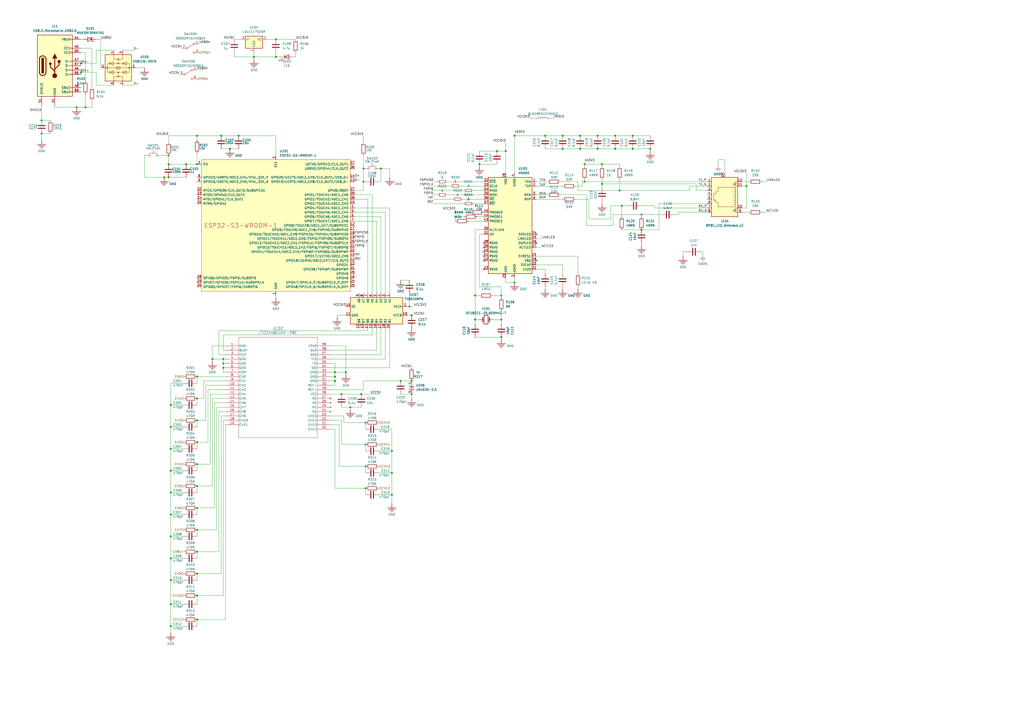
<source format=kicad_sch>
(kicad_sch (version 20231120) (generator "eeschema") (generator_version "8.0")
  (paper "A2")
  (junction (at 339.09 105.41))
  (junction (at 290.83 171.45))
  (junction (at 227.33 274.32))
  (junction (at 288.29 87.63))
  (junction (at 128.27 78.74))
  (junction (at 210.82 105.41))
  (junction (at 433.07 107.95))
  (junction (at 99.06 298.45))
  (junction (at 49.53 62.23))
  (junction (at 114.3 243.84))
  (junction (at 114.3 332.74))
  (junction (at 194.31 220.98))
  (junction (at 24.13 77.47))
  (junction (at 316.23 78.74))
  (junction (at 138.43 78.74))
  (junction (at 293.37 87.63))
  (junction (at 200.66 215.9))
  (junction (at 203.2 236.22))
  (junction (at 298.45 163.83))
  (junction (at 46.99 36.83))
  (junction (at 360.68 119.38))
  (junction (at 129.54 208.28))
  (junction (at 264.16 125.73))
  (junction (at 114.3 269.24))
  (junction (at 97.79 102.87))
  (junction (at 114.3 345.44))
  (junction (at 99.06 323.85))
  (junction (at 336.55 78.74))
  (junction (at 147.32 33.02))
  (junction (at 99.06 234.95))
  (junction (at 326.39 86.36))
  (junction (at 99.06 363.22))
  (junction (at 336.55 86.36))
  (junction (at 349.25 95.25))
  (junction (at 99.06 285.75))
  (junction (at 44.45 62.23))
  (junction (at 356.87 86.36))
  (junction (at 114.3 256.54))
  (junction (at 212.09 245.11))
  (junction (at 212.09 283.21))
  (junction (at 290.83 185.42))
  (junction (at 359.41 110.49))
  (junction (at 238.76 228.6))
  (junction (at 114.3 320.04))
  (junction (at 232.41 220.98))
  (junction (at 275.59 185.42))
  (junction (at 107.95 95.25))
  (junction (at 114.3 95.25))
  (junction (at 160.02 22.86))
  (junction (at 99.06 273.05))
  (junction (at 97.79 90.17))
  (junction (at 99.06 311.15))
  (junction (at 114.3 218.44))
  (junction (at 99.06 350.52))
  (junction (at 346.71 78.74))
  (junction (at 212.09 257.81))
  (junction (at 356.87 78.74))
  (junction (at 372.11 124.46))
  (junction (at 278.13 95.25))
  (junction (at 367.03 86.36))
  (junction (at 114.3 281.94))
  (junction (at 349.25 106.68))
  (junction (at 209.55 228.6))
  (junction (at 194.31 218.44))
  (junction (at 377.19 86.36))
  (junction (at 238.76 182.88))
  (junction (at 238.76 220.98))
  (junction (at 114.3 78.74))
  (junction (at 227.33 261.62))
  (junction (at 367.03 78.74))
  (junction (at 227.33 287.02))
  (junction (at 194.31 215.9))
  (junction (at 114.3 307.34))
  (junction (at 114.3 359.41))
  (junction (at 264.16 123.19))
  (junction (at 99.06 247.65))
  (junction (at 114.3 294.64))
  (junction (at 275.59 171.45))
  (junction (at 24.13 69.85))
  (junction (at 372.11 133.35))
  (junction (at 114.3 231.14))
  (junction (at 129.54 213.36))
  (junction (at 97.79 95.25))
  (junction (at 220.98 97.79))
  (junction (at 123.19 208.28))
  (junction (at 346.71 86.36))
  (junction (at 160.02 33.02))
  (junction (at 339.09 95.25))
  (junction (at 198.12 228.6))
  (junction (at 298.45 78.74))
  (junction (at 237.49 177.8))
  (junction (at 99.06 260.35))
  (junction (at 212.09 270.51))
  (junction (at 133.35 86.36))
  (junction (at 95.25 102.87))
  (junction (at 290.83 195.58))
  (junction (at 326.39 78.74))
  (junction (at 99.06 336.55))
  (junction (at 46.99 41.91))
  (junction (at 210.82 97.79))
  (junction (at 129.54 210.82))
  (no_connect (at 280.67 151.13))
  (no_connect (at 280.67 146.05))
  (no_connect (at 280.67 148.59))
  (no_connect (at 280.67 156.21))
  (no_connect (at 311.15 151.13))
  (no_connect (at 311.15 140.97))
  (no_connect (at 280.67 143.51))
  (no_connect (at 311.15 135.89))
  (no_connect (at 280.67 140.97))
  (wire (pts (xy 99.06 234.95) (xy 99.06 222.25)))
  (wire (pts (xy 128.27 241.3) (xy 128.27 332.74)))
  (wire (pts (xy 191.77 248.92) (xy 194.31 248.92)))
  (wire (pts (xy 264.16 123.19) (xy 273.05 123.19)))
  (wire (pts (xy 288.29 87.63) (xy 293.37 87.63)))
  (wire (pts (xy 367.03 86.36) (xy 377.19 86.36)))
  (wire (pts (xy 130.81 241.3) (xy 128.27 241.3)))
  (wire (pts (xy 191.77 208.28) (xy 223.52 208.28)))
  (wire (pts (xy 251.46 110.49) (xy 269.24 110.49)))
  (wire (pts (xy 127 205.74) (xy 127 191.77)))
  (wire (pts (xy 325.12 105.41) (xy 335.28 105.41)))
  (wire (pts (xy 266.7 107.95) (xy 280.67 107.95)))
  (wire (pts (xy 335.28 166.37) (xy 335.28 167.64)))
  (wire (pts (xy 147.32 30.48) (xy 147.32 33.02)))
  (wire (pts (xy 210.82 97.79) (xy 210.82 105.41)))
  (wire (pts (xy 160.02 171.45) (xy 160.02 172.72)))
  (wire (pts (xy 346.71 86.36) (xy 356.87 86.36)))
  (wire (pts (xy 106.68 336.55) (xy 99.06 336.55)))
  (wire (pts (xy 198.12 257.81) (xy 212.09 257.81)))
  (wire (pts (xy 121.92 228.6) (xy 130.81 228.6)))
  (wire (pts (xy 123.19 281.94) (xy 114.3 281.94)))
  (wire (pts (xy 130.81 359.41) (xy 114.3 359.41)))
  (wire (pts (xy 125.73 307.34) (xy 114.3 307.34)))
  (wire (pts (xy 127 320.04) (xy 127 238.76)))
  (wire (pts (xy 24.13 77.47) (xy 29.21 77.47)))
  (wire (pts (xy 99.06 285.75) (xy 99.06 273.05)))
  (wire (pts (xy 278.13 135.89) (xy 280.67 135.89)))
  (wire (pts (xy 97.79 78.74) (xy 114.3 78.74)))
  (wire (pts (xy 31.75 60.96) (xy 31.75 62.23)))
  (wire (pts (xy 337.82 105.41) (xy 339.09 105.41)))
  (wire (pts (xy 359.41 95.25) (xy 349.25 95.25)))
  (wire (pts (xy 99.06 273.05) (xy 106.68 273.05)))
  (wire (pts (xy 226.06 120.65) (xy 226.06 170.18)))
  (wire (pts (xy 147.32 33.02) (xy 147.32 34.29)))
  (wire (pts (xy 97.79 90.17) (xy 97.79 95.25)))
  (wire (pts (xy 129.54 243.84) (xy 130.81 243.84)))
  (wire (pts (xy 382.27 118.11) (xy 382.27 133.35)))
  (wire (pts (xy 118.11 231.14) (xy 114.3 231.14)))
  (wire (pts (xy 232.41 228.6) (xy 238.76 228.6)))
  (wire (pts (xy 226.06 213.36) (xy 226.06 190.5)))
  (wire (pts (xy 251.46 107.95) (xy 261.62 107.95)))
  (wire (pts (xy 275.59 195.58) (xy 290.83 195.58)))
  (wire (pts (xy 120.65 256.54) (xy 114.3 256.54)))
  (wire (pts (xy 205.74 128.27) (xy 218.44 128.27)))
  (wire (pts (xy 194.31 223.52) (xy 194.31 220.98)))
  (wire (pts (xy 196.85 246.38) (xy 196.85 270.51)))
  (wire (pts (xy 339.09 95.25) (xy 349.25 95.25)))
  (wire (pts (xy 218.44 190.5) (xy 218.44 203.2)))
  (wire (pts (xy 93.98 90.17) (xy 97.79 90.17)))
  (wire (pts (xy 298.45 78.74) (xy 298.45 100.33)))
  (wire (pts (xy 334.01 107.95) (xy 337.82 107.95)))
  (wire (pts (xy 359.41 110.49) (xy 400.05 110.49)))
  (wire (pts (xy 58.42 22.86) (xy 58.42 39.37)))
  (wire (pts (xy 316.23 78.74) (xy 326.39 78.74)))
  (wire (pts (xy 114.3 332.74) (xy 114.3 336.55)))
  (wire (pts (xy 340.36 130.81) (xy 355.6 130.81)))
  (wire (pts (xy 199.39 241.3) (xy 199.39 245.11)))
  (wire (pts (xy 341.63 127) (xy 354.33 127)))
  (wire (pts (xy 160.02 33.02) (xy 160.02 30.48)))
  (wire (pts (xy 264.16 121.92) (xy 264.16 123.19)))
  (wire (pts (xy 130.81 236.22) (xy 125.73 236.22)))
  (wire (pts (xy 99.06 323.85) (xy 106.68 323.85)))
  (wire (pts (xy 326.39 153.67) (xy 311.15 153.67)))
  (wire (pts (xy 114.3 359.41) (xy 114.3 363.22)))
  (wire (pts (xy 194.31 215.9) (xy 200.66 215.9)))
  (wire (pts (xy 396.24 146.05) (xy 396.24 148.59)))
  (wire (pts (xy 121.92 269.24) (xy 121.92 228.6)))
  (wire (pts (xy 335.28 105.41) (xy 335.28 110.49)))
  (wire (pts (xy 124.46 233.68) (xy 130.81 233.68)))
  (wire (pts (xy 210.82 78.74) (xy 210.82 82.55)))
  (wire (pts (xy 433.07 107.95) (xy 433.07 120.65)))
  (wire (pts (xy 293.37 82.55) (xy 293.37 87.63)))
  (wire (pts (xy 99.06 247.65) (xy 99.06 234.95)))
  (wire (pts (xy 220.98 205.74) (xy 191.77 205.74)))
  (wire (pts (xy 114.3 307.34) (xy 114.3 311.15)))
  (wire (pts (xy 251.46 105.41) (xy 254 105.41)))
  (wire (pts (xy 433.07 100.33) (xy 433.07 107.95)))
  (wire (pts (xy 99.06 234.95) (xy 106.68 234.95)))
  (wire (pts (xy 114.3 256.54) (xy 114.3 260.35)))
  (wire (pts (xy 311.15 143.51) (xy 313.69 143.51)))
  (wire (pts (xy 97.79 78.74) (xy 97.79 82.55)))
  (wire (pts (xy 114.3 269.24) (xy 121.92 269.24)))
  (wire (pts (xy 339.09 104.14) (xy 339.09 105.41)))
  (wire (pts (xy 55.88 41.91) (xy 55.88 49.53)))
  (wire (pts (xy 205.74 113.03) (xy 215.9 113.03)))
  (wire (pts (xy 114.3 269.24) (xy 114.3 273.05)))
  (wire (pts (xy 46.99 41.91) (xy 46.99 43.18)))
  (wire (pts (xy 339.09 105.41) (xy 410.21 105.41)))
  (wire (pts (xy 97.79 95.25) (xy 107.95 95.25)))
  (wire (pts (xy 334.01 115.57) (xy 341.63 115.57)))
  (wire (pts (xy 194.31 220.98) (xy 194.31 218.44)))
  (wire (pts (xy 154.94 22.86) (xy 160.02 22.86)))
  (wire (pts (xy 290.83 195.58) (xy 290.83 196.85)))
  (wire (pts (xy 119.38 243.84) (xy 119.38 223.52)))
  (wire (pts (xy 311.15 105.41) (xy 317.5 105.41)))
  (wire (pts (xy 227.33 274.32) (xy 227.33 287.02)))
  (wire (pts (xy 99.06 336.55) (xy 99.06 350.52)))
  (wire (pts (xy 46.99 36.83) (xy 46.99 38.1)))
  (wire (pts (xy 382.27 133.35) (xy 372.11 133.35)))
  (wire (pts (xy 236.22 182.88) (xy 238.76 182.88)))
  (wire (pts (xy 71.12 29.21) (xy 77.47 29.21)))
  (wire (pts (xy 316.23 86.36) (xy 326.39 86.36)))
  (wire (pts (xy 356.87 78.74) (xy 367.03 78.74)))
  (wire (pts (xy 120.65 226.06) (xy 120.65 256.54)))
  (wire (pts (xy 53.34 58.42) (xy 53.34 62.23)))
  (wire (pts (xy 71.12 49.53) (xy 77.47 49.53)))
  (wire (pts (xy 403.86 110.49) (xy 410.21 110.49)))
  (wire (pts (xy 55.88 36.83) (xy 46.99 36.83)))
  (wire (pts (xy 433.07 120.65) (xy 430.53 120.65)))
  (wire (pts (xy 430.53 107.95) (xy 433.07 107.95)))
  (wire (pts (xy 129.54 203.2) (xy 130.81 203.2)))
  (wire (pts (xy 129.54 194.31) (xy 215.9 194.31)))
  (wire (pts (xy 97.79 102.87) (xy 107.95 102.87)))
  (wire (pts (xy 360.68 119.38) (xy 364.49 119.38)))
  (wire (pts (xy 191.77 220.98) (xy 194.31 220.98)))
  (wire (pts (xy 379.73 119.38) (xy 379.73 120.65)))
  (wire (pts (xy 372.11 142.24) (xy 372.11 140.97)))
  (wire (pts (xy 191.77 228.6) (xy 198.12 228.6)))
  (wire (pts (xy 55.88 29.21) (xy 55.88 36.83)))
  (wire (pts (xy 349.25 104.14) (xy 349.25 106.68)))
  (wire (pts (xy 227.33 248.92) (xy 219.71 248.92)))
  (wire (pts (xy 44.45 62.23) (xy 49.53 62.23)))
  (wire (pts (xy 278.13 171.45) (xy 275.59 171.45)))
  (wire (pts (xy 129.54 210.82) (xy 130.81 210.82)))
  (wire (pts (xy 335.28 148.59) (xy 311.15 148.59)))
  (wire (pts (xy 198.12 228.6) (xy 209.55 228.6)))
  (wire (pts (xy 46.99 35.56) (xy 46.99 36.83)))
  (wire (pts (xy 210.82 90.17) (xy 210.82 97.79)))
  (wire (pts (xy 354.33 127) (xy 354.33 119.38)))
  (wire (pts (xy 210.82 110.49) (xy 205.74 110.49)))
  (wire (pts (xy 99.06 367.03) (xy 99.06 363.22)))
  (wire (pts (xy 114.3 320.04) (xy 114.3 323.85)))
  (wire (pts (xy 114.3 243.84) (xy 114.3 247.65)))
  (wire (pts (xy 49.53 62.23) (xy 49.53 54.61)))
  (wire (pts (xy 53.34 27.94) (xy 53.34 50.8)))
  (wire (pts (xy 237.49 162.56) (xy 232.41 162.56)))
  (wire (pts (xy 407.67 148.59) (xy 407.67 146.05)))
  (wire (pts (xy 227.33 261.62) (xy 227.33 274.32)))
  (wire (pts (xy 95.25 102.87) (xy 83.82 102.87)))
  (wire (pts (xy 194.31 283.21) (xy 212.09 283.21)))
  (wire (pts (xy 259.08 105.41) (xy 280.67 105.41)))
  (wire (pts (xy 196.85 270.51) (xy 212.09 270.51)))
  (wire (pts (xy 205.74 115.57) (xy 213.36 115.57)))
  (wire (pts (xy 114.3 88.9) (xy 114.3 95.25)))
  (wire (pts (xy 130.81 226.06) (xy 120.65 226.06)))
  (wire (pts (xy 360.68 119.38) (xy 360.68 125.73)))
  (wire (pts (xy 78.74 39.37) (xy 83.82 39.37)))
  (wire (pts (xy 133.35 86.36) (xy 138.43 86.36)))
  (wire (pts (xy 205.74 120.65) (xy 226.06 120.65)))
  (wire (pts (xy 219.71 274.32) (xy 227.33 274.32)))
  (wire (pts (xy 264.16 125.73) (xy 269.24 125.73)))
  (wire (pts (xy 162.56 33.02) (xy 160.02 33.02)))
  (wire (pts (xy 227.33 261.62) (xy 227.33 248.92)))
  (wire (pts (xy 307.34 68.58) (xy 311.15 68.58)))
  (wire (pts (xy 210.82 220.98) (xy 210.82 226.06)))
  (wire (pts (xy 200.66 200.66) (xy 200.66 215.9)))
  (wire (pts (xy 46.99 41.91) (xy 55.88 41.91)))
  (wire (pts (xy 237.49 177.8) (xy 240.03 177.8)))
  (wire (pts (xy 31.75 62.23) (xy 44.45 62.23)))
  (wire (pts (xy 130.81 208.28) (xy 129.54 208.28)))
  (wire (pts (xy 430.53 123.19) (xy 434.34 123.19)))
  (wire (pts (xy 274.32 110.49) (xy 280.67 110.49)))
  (wire (pts (xy 114.3 78.74) (xy 114.3 81.28)))
  (wire (pts (xy 191.77 200.66) (xy 200.66 200.66)))
  (wire (pts (xy 223.52 123.19) (xy 223.52 170.18)))
  (wire (pts (xy 130.81 213.36) (xy 129.54 213.36)))
  (wire (pts (xy 259.08 113.03) (xy 280.67 113.03)))
  (wire (pts (xy 264.16 123.19) (xy 264.16 125.73)))
  (wire (pts (xy 278.13 95.25) (xy 288.29 95.25)))
  (wire (pts (xy 410.21 118.11) (xy 382.27 118.11)))
  (wire (pts (xy 107.95 95.25) (xy 114.3 95.25)))
  (wire (pts (xy 119.38 223.52) (xy 130.81 223.52)))
  (wire (pts (xy 407.67 146.05) (xy 406.4 146.05)))
  (wire (pts (xy 129.54 210.82) (xy 129.54 208.28)))
  (wire (pts (xy 337.82 107.95) (xy 337.82 105.41)))
  (wire (pts (xy 123.19 200.66) (xy 123.19 208.28)))
  (wire (pts (xy 275.59 171.45) (xy 275.59 185.42)))
  (wire (pts (xy 393.7 123.19) (xy 410.21 123.19)))
  (wire (pts (xy 209.55 228.6) (xy 220.98 228.6)))
  (wire (pts (xy 191.77 243.84) (xy 198.12 243.84)))
  (wire (pts (xy 95.25 102.87) (xy 97.79 102.87)))
  (wire (pts (xy 212.09 245.11) (xy 212.09 248.92)))
  (wire (pts (xy 251.46 118.11) (xy 269.24 118.11)))
  (wire (pts (xy 212.09 105.41) (xy 210.82 105.41)))
  (wire (pts (xy 298.45 161.29) (xy 298.45 163.83)))
  (wire (pts (xy 226.06 97.79) (xy 220.98 97.79)))
  (wire (pts (xy 275.59 185.42) (xy 275.59 187.96)))
  (wire (pts (xy 215.9 113.03) (xy 215.9 170.18)))
  (wire (pts (xy 355.6 130.81) (xy 355.6 124.46)))
  (wire (pts (xy 99.06 323.85) (xy 99.06 311.15)))
  (wire (pts (xy 416.56 92.71) (xy 420.37 92.71)))
  (wire (pts (xy 379.73 120.65) (xy 410.21 120.65)))
  (wire (pts (xy 416.56 92.71) (xy 416.56 96.52)))
  (wire (pts (xy 227.33 287.02) (xy 227.33 292.1)))
  (wire (pts (xy 191.77 213.36) (xy 226.06 213.36)))
  (wire (pts (xy 359.41 96.52) (xy 359.41 95.25)))
  (wire (pts (xy 316.23 78.74) (xy 298.45 78.74)))
  (wire (pts (xy 200.66 215.9) (xy 200.66 217.17)))
  (wire (pts (xy 114.3 345.44) (xy 114.3 350.52)))
  (wire (pts (xy 285.75 185.42) (xy 290.83 185.42)))
  (wire (pts (xy 130.81 231.14) (xy 123.19 231.14)))
  (wire (pts (xy 267.97 115.57) (xy 280.67 115.57)))
  (wire (pts (xy 194.31 210.82) (xy 194.31 215.9)))
  (wire (pts (xy 393.7 124.46) (xy 393.7 123.19)))
  (wire (pts (xy 194.31 248.92) (xy 194.31 283.21)))
  (wire (pts (xy 335.28 158.75) (xy 335.28 148.59)))
  (wire (pts (xy 220.98 190.5) (xy 220.98 205.74)))
  (wire (pts (xy 114.3 345.44) (xy 129.54 345.44)))
  (wire (pts (xy 129.54 345.44) (xy 129.54 243.84)))
  (wire (pts (xy 271.78 128.27) (xy 280.67 128.27)))
  (wire (pts (xy 198.12 243.84) (xy 198.12 257.81)))
  (wire (pts (xy 349.25 106.68) (xy 349.25 109.22)))
  (wire (pts (xy 205.74 123.19) (xy 223.52 123.19)))
  (wire (pts (xy 335.28 110.49) (xy 359.41 110.49)))
  (wire (pts (xy 106.68 350.52) (xy 99.06 350.52)))
  (wire (pts (xy 160.02 78.74) (xy 160.02 90.17)))
  (wire (pts (xy 124.46 294.64) (xy 124.46 233.68)))
  (wire (pts (xy 251.46 115.57) (xy 262.89 115.57)))
  (wire (pts (xy 349.25 95.25) (xy 349.25 96.52)))
  (wire (pts (xy 128.27 78.74) (xy 138.43 78.74)))
  (wire (pts (xy 114.3 294.64) (xy 114.3 298.45)))
  (wire (pts (xy 210.82 220.98) (xy 232.41 220.98)))
  (wire (pts (xy 236.22 177.8) (xy 237.49 177.8)))
  (wire (pts (xy 339.09 93.98) (xy 339.09 95.25)))
  (wire (pts (xy 238.76 228.6) (xy 238.76 231.14)))
  (wire (pts (xy 194.31 223.52) (xy 191.77 223.52)))
  (wire (pts (xy 326.39 78.74) (xy 336.55 78.74)))
  (wire (pts (xy 53.34 62.23) (xy 49.53 62.23)))
  (wire (pts (xy 138.43 78.74) (xy 160.02 78.74)))
  (wire (pts (xy 213.36 190.5) (xy 213.36 191.77)))
  (wire (pts (xy 127 205.74) (xy 130.81 205.74)))
  (wire (pts (xy 278.13 166.37) (xy 278.13 135.89)))
  (wire (pts (xy 46.99 27.94) (xy 53.34 27.94)))
  (wire (pts (xy 377.19 86.36) (xy 377.19 87.63)))
  (wire (pts (xy 55.88 22.86) (xy 58.42 22.86)))
  (wire (pts (xy 400.05 107.95) (xy 400.05 110.49)))
  (wire (pts (xy 128.27 86.36) (xy 133.35 86.36)))
  (wire (pts (xy 356.87 86.36) (xy 367.03 86.36)))
  (wire (pts (xy 199.39 245.11) (xy 212.09 245.11)))
  (wire (pts (xy 191.77 203.2) (xy 218.44 203.2)))
  (wire (pts (xy 130.81 246.38) (xy 130.81 359.41)))
  (wire (pts (xy 171.45 30.48) (xy 171.45 33.02)))
  (wire (pts (xy 290.83 166.37) (xy 278.13 166.37)))
  (wire (pts (xy 105.41 320.04) (xy 106.68 320.04)))
  (wire (pts (xy 227.33 287.02) (xy 219.71 287.02)))
  (wire (pts (xy 99.06 311.15) (xy 99.06 298.45)))
  (wire (pts (xy 99.06 311.15) (xy 106.68 311.15)))
  (wire (pts (xy 430.53 105.41) (xy 434.34 105.41)))
  (wire (pts (xy 316.23 166.37) (xy 316.23 167.64)))
  (wire (pts (xy 130.81 220.98) (xy 118.11 220.98)))
  (wire (pts (xy 29.21 69.85) (xy 24.13 69.85)))
  (wire (pts (xy 275.59 133.35) (xy 280.67 133.35)))
  (wire (pts (xy 298.45 77.47) (xy 298.45 78.74)))
  (wire (pts (xy 191.77 218.44) (xy 194.31 218.44)))
  (wire (pts (xy 218.44 128.27) (xy 218.44 170.18)))
  (wire (pts (xy 372.11 119.38) (xy 379.73 119.38)))
  (wire (pts (xy 355.6 124.46) (xy 372.11 124.46)))
  (wire (pts (xy 114.3 281.94) (xy 114.3 285.75)))
  (wire (pts (xy 191.77 241.3) (xy 199.39 241.3)))
  (wire (pts (xy 127 238.76) (xy 130.81 238.76)))
  (wire (pts (xy 237.49 177.8) (xy 237.49 170.18)))
  (wire (pts (xy 354.33 119.38) (xy 360.68 119.38)))
  (wire (pts (xy 203.2 236.22) (xy 203.2 237.49)))
  (wire (pts (xy 326.39 86.36) (xy 336.55 86.36)))
  (wire (pts (xy 114.3 218.44) (xy 114.3 222.25)))
  (wire (pts (xy 213.36 115.57) (xy 213.36 170.18)))
  (wire (pts (xy 220.98 125.73) (xy 220.98 170.18)))
  (wire (pts (xy 118.11 220.98) (xy 118.11 231.14)))
  (wire (pts (xy 278.13 87.63) (xy 288.29 87.63)))
  (wire (pts (xy 238.76 220.98) (xy 232.41 220.98)))
  (wire (pts (xy 128.27 332.74) (xy 114.3 332.74)))
  (wire (pts (xy 276.86 125.73) (xy 280.67 125.73)))
  (wire (pts (xy 99.06 222.25) (xy 106.68 222.25)))
  (wire (pts (xy 83.82 90.17) (xy 83.82 102.87)))
  (wire (pts (xy 278.13 96.52) (xy 278.13 95.25)))
  (wire (pts (xy 114.3 243.84) (xy 119.38 243.84)))
  (wire (pts (xy 203.2 236.22) (xy 209.55 236.22)))
  (wire (pts (xy 99.06 273.05) (xy 99.06 260.35)))
  (wire (pts (xy 205.74 125.73) (xy 220.98 125.73)))
  (wire (pts (xy 135.89 22.86) (xy 139.7 22.86)))
  (wire (pts (xy 318.77 68.58) (xy 321.31 68.58)))
  (wire (pts (xy 311.15 107.95) (xy 326.39 107.95)))
  (wire (pts (xy 99.06 363.22) (xy 106.68 363.22)))
  (wire (pts (xy 191.77 246.38) (xy 196.85 246.38)))
  (wire (pts (xy 24.13 77.47) (xy 24.13 81.28)))
  (wire (pts (xy 349.25 118.11) (xy 349.25 116.84)))
  (wire (pts (xy 66.04 29.21) (xy 55.88 29.21)))
  (wire (pts (xy 46.99 40.64) (xy 46.99 41.91)))
  (wire (pts (xy 49.53 46.99) (xy 49.53 30.48)))
  (wire (pts (xy 420.37 92.71) (xy 420.37 100.33)))
  (wire (pts (xy 226.06 102.87) (xy 226.06 97.79)))
  (wire (pts (xy 210.82 105.41) (xy 210.82 110.49)))
  (wire (pts (xy 114.3 231.14) (xy 114.3 234.95)))
  (wire (pts (xy 123.19 208.28) (xy 123.19 209.55)))
  (wire (pts (xy 391.16 124.46) (xy 393.7 124.46)))
  (wire (pts (xy 160.02 22.86) (xy 171.45 22.86)))
  (wire (pts (xy 129.54 213.36) (xy 129.54 210.82)))
  (wire (pts (xy 129.54 208.28) (xy 123.19 208.28)))
  (wire (pts (xy 326.39 158.75) (xy 326.39 153.67)))
  (wire (pts (xy 114.3 294.64) (xy 124.46 294.64)))
  (wire (pts (xy 360.68 133.35) (xy 372.11 133.35)))
  (wire (pts (xy 316.23 156.21) (xy 316.23 158.75)))
  (wire (pts (xy 290.83 171.45) (xy 290.83 166.37)))
  (wire (pts (xy 212.09 283.21) (xy 212.09 287.02)))
  (wire (pts (xy 290.83 180.34) (xy 290.83 185.42)))
  (wire (pts (xy 160.02 33.02) (xy 147.32 33.02)))
  (wire (pts (xy 293.37 161.29) (xy 293.37 163.83)))
  (wire (pts (xy 135.89 33.02) (xy 147.32 33.02)))
  (wire (pts (xy 251.46 113.03) (xy 254 113.03)))
  (wire (pts (xy 372.11 124.46) (xy 383.54 124.46)))
  (wire (pts (xy 372.11 125.73) (xy 372.11 124.46)))
  (wire (pts (xy 99.06 260.35) (xy 99.06 247.65)))
  (wire (pts (xy 114.3 78.74) (xy 128.27 78.74)))
  (wire (pts (xy 326.39 166.37) (xy 326.39 167.64)))
  (wire (pts (xy 49.53 30.48) (xy 46.99 30.48)))
  (wire (pts (xy 129.54 194.31) (xy 129.54 203.2)))
  (wire (pts (xy 210.82 226.06) (xy 191.77 226.06)))
  (wire (pts (xy 195.58 182.88) (xy 200.66 182.88)))
  (wire (pts (xy 340.36 113.03) (xy 340.36 130.81)))
  (wire (pts (xy 99.06 285.75) (xy 106.68 285.75)))
  (wire (pts (xy 129.54 215.9) (xy 130.81 215.9)))
  (wire (pts (xy 349.25 106.68) (xy 403.86 106.68)))
  (wire (pts (xy 129.54 213.36) (xy 129.54 215.9)))
  (wire (pts (xy 99.06 350.52) (xy 99.06 363.22)))
  (wire (pts (xy 212.09 257.81) (xy 212.09 261.62)))
  (wire (pts (xy 194.31 218.44) (xy 194.31 215.9)))
  (wire (pts (xy 215.9 190.5) (xy 215.9 194.31)))
  (wire (pts (xy 441.96 123.19) (xy 444.5 123.19)))
  (wire (pts (xy 290.83 171.45) (xy 290.83 172.72)))
  (wire (pts (xy 311.15 156.21) (xy 316.23 156.21)))
  (wire (pts (xy 99.06 298.45) (xy 106.68 298.45)))
  (wire (pts (xy 311.15 113.03) (xy 317.5 113.03)))
  (wire (pts (xy 311.15 138.43) (xy 313.69 138.43)))
  (wire (pts (xy 191.77 215.9) (xy 194.31 215.9)))
  (wire (pts (xy 123.19 231.14) (xy 123.19 281.94)))
  (wire (pts (xy 275.59 185.42) (xy 278.13 185.42)))
  (wire (pts (xy 293.37 163.83) (xy 298.45 163.83)))
  (wire (pts (xy 55.88 49.53) (xy 66.04 49.53)))
  (wire (pts (xy 293.37 87.63) (xy 293.37 100.33)))
  (wire (pts (xy 403.86 106.68) (xy 403.86 110.49)))
  (wire (pts (xy 274.32 118.11) (xy 280.67 118.11)))
  (wire (pts (xy 127 191.77) (xy 213.36 191.77)))
  (wire (pts (xy 398.78 146.05) (xy 396.24 146.05)))
  (wire (pts (xy 195.58 182.88) (xy 195.58 184.15)))
  (wire (pts (xy 238.76 182.88) (xy 240.03 182.88)))
  (wire (pts (xy 135.89 30.48) (xy 135.89 33.02)))
  (wire (pts (xy 99.06 336.55) (xy 99.06 323.85)))
  (wire (pts (xy 336.55 78.74) (xy 346.71 78.74)))
  (wire (pts (xy 223.52 190.5) (xy 223.52 208.28)))
  (wire (pts (xy 130.81 200.66) (xy 123.19 200.66)))
  (wire (pts (xy 290.83 185.42) (xy 290.83 187.96)))
  (wire (pts (xy 359.41 104.14) (xy 359.41 110.49)))
  (wire (pts (xy 367.03 78.74) (xy 377.19 78.74)))
  (wire (pts (xy 220.98 97.79) (xy 220.98 105.41)))
  (wire (pts (xy 99.06 247.65) (xy 106.68 247.65)))
  (wire (pts (xy 400.05 107.95) (xy 410.21 107.95)))
  (wire (pts (xy 191.77 210.82) (xy 194.31 210.82)))
  (wire (pts (xy 219.71 105.41) (xy 220.98 105.41)))
  (wire (pts (xy 336.55 86.36) (xy 346.71 86.36)))
  (wire (pts (xy 24.13 69.85) (xy 24.13 60.96)))
  (wire (pts (xy 171.45 33.02) (xy 170.18 33.02)))
  (wire (pts (xy 346.71 78.74) (xy 356.87 78.74)))
  (wire (pts (xy 219.71 261.62) (xy 227.33 261.62)))
  (wire (pts (xy 341.63 115.57) (xy 341.63 127)))
  (wire (pts (xy 212.09 270.51) (xy 212.09 274.32)))
  (wire (pts (xy 125.73 236.22) (xy 125.73 307.34)))
  (wire (pts (xy 325.12 113.03) (xy 340.36 113.03)))
  (wire (pts (xy 285.75 171.45) (xy 290.83 171.45)))
  (wire (pts (xy 114.3 320.04) (xy 127 320.04)))
  (wire (pts (xy 441.96 105.41) (xy 444.5 105.41)))
  (wire (pts (xy 114.3 218.44) (xy 130.81 218.44)))
  (wire (pts (xy 264.16 125.73) (xy 264.16 128.27)))
  (wire (pts (xy 339.09 95.25) (xy 339.09 96.52)))
  (wire (pts (xy 275.59 133.35) (xy 275.59 171.45)))
  (wire (pts (xy 198.12 236.22) (xy 203.2 236.22)))
  (wire (pts (xy 99.06 260.35) (xy 106.68 260.35)))
  (wire (pts (xy 99.06 298.45) (xy 99.06 285.75)))
  (wire (pts (xy 311.15 115.57) (xy 326.39 115.57)))
  (wire (pts (xy 46.99 22.86) (xy 48.26 22.86)))
  (label "INT" (at 251.46 115.57 180))
  (label "D+" (at 205.74 102.87 0))
  (label "FSPICLK" (at 205.74 140.97 0))
  (label "VCC3V3" (at 240.03 177.8 0))
  (label "Din-" (at 46.99 36.83 0))
  (label "RST" (at 205.74 151.13 0))
  (label "VCC3V3" (at 171.45 22.86 0))
  (label "TXP" (at 312.801 108.204 0))
  (label "RX_P" (at 405.13 120.65 0))
  (label "VCC5V" (at 238.76 213.36 180))
  (label "TXN" (at 312.801 105.41 0))
  (label "VCC5V" (at 220.98 228.6 180))
  (label "VCC5V" (at 240.03 182.88 0))
  (label "VCC3V3" (at 97.79 78.74 180))
  (label "SHIELD" (at 24.13 64.77 180))
  (label "D+" (at 77.47 49.53 0))
  (label "VCC3V3" (at 433.07 100.33 180))
  (label "VA3V3" (at 339.09 93.98 0))
  (label "ACTLED" (at 314.071 143.764 0))
  (label "VA3V3" (at 321.31 68.58 0))
  (label "Din+" (at 46.99 41.91 0))
  (label "TX_P" (at 405.13 105.41 0))
  (label "RXN" (at 312.801 113.284 0))
  (label "FSPID" (at 251.46 113.03 180))
  (label "INT" (at 205.74 148.59 0))
  (label "VCC3V3" (at 264.16 121.92 180))
  (label "VCC5V" (at 135.89 22.86 180))
  (label "D-" (at 77.47 29.21 0))
  (label "FSPIQ" (at 205.74 143.51 0))
  (label "VCC5V" (at 105.41 27.94 180))
  (label "D-" (at 205.74 105.41 0))
  (label "VCC3V3" (at 307.34 68.58 180))
  (label "VCC3V3" (at 293.37 82.55 180))
  (label "FSPID" (at 205.74 138.43 0))
  (label "RXP" (at 312.801 115.57 0))
  (label "VCC3V3" (at 210.82 78.74 180))
  (label "USB5V" (at 115.57 25.4 0))
  (label "FSPIQ" (at 251.46 110.49 180))
  (label "FSPICS0" (at 251.46 105.41 180))
  (label "USB5V" (at 58.42 22.86 0))
  (label "FSPICS0" (at 205.74 135.89 0))
  (label "TX_N" (at 405.13 107.95 0))
  (label "LINKLED" (at 444.5 105.41 0))
  (label "ACTLED" (at 444.5 123.19 0))
  (label "RX_N" (at 405.13 123.19 0))
  (label "RST" (at 251.46 118.11 180))
  (label "VCC3V3" (at 200.66 177.8 180))
  (label "LINKLED" (at 314.071 138.684 0))
  (label "VCC5V" (at 104.14 43.18 180))
  (label "VA3V3" (at 298.45 77.47 0))
  (label "USB5V" (at 114.3 40.64 0))
  (label "FSPICLK" (at 251.46 107.95 180))
  (hierarchical_label "CH15" (shape input) (at 219.71 245.11 0))
  (hierarchical_label "CH13" (shape input) (at 219.71 270.51 0))
  (hierarchical_label "CH3" (shape input) (at 106.68 256.54 180))
  (hierarchical_label "CH12" (shape input) (at 219.71 283.21 0))
  (hierarchical_label "CH5" (shape input) (at 106.68 281.94 180))
  (hierarchical_label "CH0" (shape input) (at 106.68 218.44 180))
  (hierarchical_label "CH14" (shape input) (at 219.71 257.81 0))
  (hierarchical_label "CH7" (shape input) (at 106.68 307.34 180))
  (hierarchical_label "CH4" (shape input) (at 106.68 269.24 180))
  (hierarchical_label "CH8" (shape input) (at 105.41 320.04 180))
  (hierarchical_label "CH2" (shape input) (at 106.68 243.84 180))
  (hierarchical_label "CH6" (shape input) (at 106.68 294.64 180))
  (hierarchical_label "PS5V" (shape input) (at 115.57 30.48 0))
  (hierarchical_label "CH11" (shape input) (at 106.68 359.41 180))
  (hierarchical_label "CH10" (shape input) (at 106.68 345.44 180))
  (hierarchical_label "CH1" (shape input) (at 106.68 231.14 180))
  (hierarchical_label "PS5V" (shape input) (at 114.3 45.72 0))
  (hierarchical_label "CH9" (shape input) (at 106.68 332.74 180))
  (symbol (lib_id "Device:R_Small") (at 264.16 107.95 90) (unit 1)
    (property "Reference" "R220" (at 264.16 102.87 90))
    (property "Value" "0" (at 264.16 105.41 90))
    (property "Footprint" "Resistor_SMD:R_0603_1608Metric" (effects (hide yes)))
    (property "Description" "Resistor, small symbol" (effects (hide yes)))
  )
  (symbol (lib_id "Device:R") (at 349.25 100.33 0) (unit 1)
    (property "Reference" "R118" (at 351.79 99.06 0) (effects (justify left)))
    (property "Value" "10" (at 351.79 101.6 0) (effects (justify left)))
    (property "Footprint" "Resistor_SMD:R_0603_1608Metric" (effects (hide yes)))
  )
  (symbol (lib_id "Device:C") (at 336.55 82.55 180) (unit 1)
    (property "Reference" "C118" (at 330.2 82.55 90))
    (property "Value" "0.1uF" (at 332.74 82.55 90))
    (property "Footprint" "Capacitor_SMD:C_0603_1608Metric" (effects (hide yes)))
  )
  (symbol (lib_id "DifferentialProbe-altium-import:GND") (at 226.06 102.87 0) (unit 1)
    (property "Reference" "#PWR051" (effects (hide yes)))
    (property "Value" "GND" (at 231.14 106.68 0))
    (instances (project "diffprobe-espnow" (path "" (reference "#PWR051") (unit 1))) (project "diffprobe" (path "" (reference "#PWR016") (unit 1))) (project "DifferentialProbe" (path "" (reference "#PWR?") (unit 1))))
  )
  (symbol (lib_id "DifferentialProbe-altium-import:GND") (at 195.58 184.15 0) (unit 1)
    (property "Reference" "#PWR0202" (effects (hide yes)))
    (property "Value" "GND" (at 195.58 190.5 0))
    (instances (project "diffprobe-espnow" (path "" (reference "#PWR0202") (unit 1))) (project "diffprobe" (path "" (reference "#PWR016") (unit 1))) (project "DifferentialProbe" (path "" (reference "#PWR?") (unit 1))))
  )
  (symbol (lib_id "Device:C") (at 316.23 82.55 180) (unit 1)
    (property "Reference" "C116" (at 309.88 82.55 90))
    (property "Value" "0.1uF" (at 312.42 82.55 90))
    (property "Footprint" "Capacitor_SMD:C_0603_1608Metric" (effects (hide yes)))
  )
  (symbol (lib_id "Device:Crystal") (at 281.94 185.42 0) (unit 1)
    (property "Reference" "Y101" (at 281.94 179.07 0))
    (property "Value" "DF18CC1-25.000MHZ-T" (at 281.94 181.61 0))
    (property "Footprint" "Crystal:Crystal_SMD_HC49-SD" (effects (hide yes)))
  )
  (symbol (lib_id "Interface_Ethernet:W5500") (at 295.91 130.81 0) (unit 1)
    (property "Reference" "U103" (at 300.6441 97.79 0) (effects (justify left)))
    (property "Value" "W5500" (at 300.6441 100.33 0) (effects (justify left)))
    (property "Footprint" "Package_QFP:LQFP-48_7x7mm_P0.5mm" (effects (hide yes)))
    (property "Datasheet" "http://wizwiki.net/wiki/lib/exe/fetch.php/products:w5500:w5500_ds_v109e.pdf" (effects (hide yes)))
  )
  (symbol (lib_id "Device:R") (at 238.76 217.17 0) (unit 1)
    (property "Reference" "R217" (at 242.57 218.44 0))
    (property "Value" "1k" (at 242.57 215.9 0))
    (property "Footprint" "Resistor_SMD:R_0603_1608Metric" (effects (hide yes)))
  )
  (symbol (lib_id "Device:R") (at 110.49 307.34 270) (mirror x) (unit 1)
    (property "Reference" "R208" (at 110.49 302.26 90))
    (property "Value" "470R" (at 110.49 304.8 90))
    (property "Footprint" "Resistor_SMD:R_0603_1608Metric" (effects (hide yes)))
  )
  (symbol (lib_id "Device:C") (at 346.71 82.55 180) (unit 1)
    (property "Reference" "C119" (at 340.36 82.55 90))
    (property "Value" "0.1uF" (at 342.9 82.55 90))
    (property "Footprint" "Capacitor_SMD:C_0603_1608Metric" (effects (hide yes)))
  )
  (symbol (lib_id "Device:C") (at 316.23 162.56 180) (unit 1)
    (property "Reference" "C114" (at 309.88 162.56 90))
    (property "Value" "10nF" (at 312.42 162.56 90))
    (property "Footprint" "Capacitor_SMD:C_0603_1608Metric" (effects (hide yes)))
  )
  (symbol (lib_id "DifferentialProbe-altium-import:GND") (at 316.23 167.64 0) (unit 1)
    (property "Reference" "#PWR052" (effects (hide yes)))
    (property "Value" "GND" (at 321.31 171.45 0))
    (instances (project "diffprobe-espnow" (path "" (reference "#PWR052") (unit 1))) (project "diffprobe" (path "" (reference "#PWR016") (unit 1))) (project "DifferentialProbe" (path "" (reference "#PWR?") (unit 1))))
  )
  (symbol (lib_id "Device:R") (at 330.2 107.95 90) (unit 1)
    (property "Reference" "R114" (at 330.2 101.6 90))
    (property "Value" "33R" (at 330.2 104.14 90))
    (property "Footprint" "Resistor_SMD:R_0603_1608Metric" (effects (hide yes)))
  )
  (symbol (lib_id "Device:C") (at 238.76 186.69 0) (unit 1)
    (property "Reference" "C217" (at 242.57 185.42 0) (effects (justify left)))
    (property "Value" "0.1u" (at 242.57 187.96 0) (effects (justify left)))
    (property "Footprint" "Capacitor_SMD:C_0603_1608Metric" (effects (hide yes)))
  )
  (symbol (lib_id "Device:C") (at 215.9 248.92 90) (unit 1)
    (property "Reference" "C216" (at 226.06 247.65 90) (effects (justify left)))
    (property "Value" "470pF" (at 226.06 250.19 90) (effects (justify left)))
    (property "Footprint" "Capacitor_SMD:C_0603_1608Metric" (effects (hide yes)))
  )
  (symbol (lib_id "Device:R") (at 110.49 294.64 270) (mirror x) (unit 1)
    (property "Reference" "R207" (at 110.49 289.56 90))
    (property "Value" "470R" (at 110.49 292.1 90))
    (property "Footprint" "Resistor_SMD:R_0603_1608Metric" (effects (hide yes)))
  )
  (symbol (lib_id "Device:C") (at 110.49 336.55 270) (mirror x) (unit 1)
    (property "Reference" "C210" (at 100.33 335.28 90) (effects (justify left)))
    (property "Value" "470pF" (at 100.33 337.82 90) (effects (justify left)))
    (property "Footprint" "Capacitor_SMD:C_0603_1608Metric" (effects (hide yes)))
  )
  (symbol (lib_id "DifferentialProbe-altium-import:GND") (at 335.28 167.64 0) (unit 1)
    (property "Reference" "#PWR054" (effects (hide yes)))
    (property "Value" "GND" (at 340.36 171.45 0))
    (instances (project "diffprobe-espnow" (path "" (reference "#PWR054") (unit 1))) (project "diffprobe" (path "" (reference "#PWR016") (unit 1))) (project "DifferentialProbe" (path "" (reference "#PWR?") (unit 1))))
  )
  (symbol (lib_id "DifferentialProbe-altium-import:GND") (at 349.25 118.11 0) (unit 1)
    (property "Reference" "#PWR044" (effects (hide yes)))
    (property "Value" "GND" (at 349.25 124.46 0))
    (instances (project "diffprobe-espnow" (path "" (reference "#PWR044") (unit 1))) (project "diffprobe" (path "" (reference "#PWR016") (unit 1))) (project "DifferentialProbe" (path "" (reference "#PWR?") (unit 1))))
  )
  (symbol (lib_id "DifferentialProbe-altium-import:GND") (at 372.11 142.24 0) (unit 1)
    (property "Reference" "#PWR034" (effects (hide yes)))
    (property "Value" "GND" (at 372.11 148.59 0))
    (instances (project "diffprobe-espnow" (path "" (reference "#PWR034") (unit 1))) (project "diffprobe" (path "" (reference "#PWR016") (unit 1))) (project "DifferentialProbe" (path "" (reference "#PWR?") (unit 1))))
  )
  (symbol (lib_id "MyLib7:TXB0108PW") (at 218.44 180.34 270) (unit 1)
    (property "Reference" "U107" (at 240.1316 170.8719 90))
    (property "Value" "TXB0108PW" (at 240.1316 173.4119 90))
    (property "Footprint" "Package_SO:TSSOP-20_4.4x6.5mm_P0.65mm" (effects (hide yes)))
    (property "Datasheet" "http://www.ti.com/lit/ds/symlink/txb0108.pdf" (effects (hide yes)))
  )
  (symbol (lib_id "Device:C") (at 278.13 91.44 180) (unit 1)
    (property "Reference" "C112" (at 271.78 91.44 90))
    (property "Value" "0.1uF" (at 274.32 91.44 90))
    (property "Footprint" "Capacitor_SMD:C_0603_1608Metric" (effects (hide yes)))
  )
  (symbol (lib_id "DifferentialProbe-altium-import:GND") (at 24.13 81.28 0) (unit 1)
    (property "Reference" "#PWR0209" (effects (hide yes)))
    (property "Value" "GND" (at 24.13 87.63 0))
    (instances (project "diffprobe-espnow" (path "" (reference "#PWR0209") (unit 1))) (project "diffprobe" (path "" (reference "#PWR016") (unit 1))) (project "DifferentialProbe" (path "" (reference "#PWR?") (unit 1))))
  )
  (symbol (lib_id "DifferentialProbe-altium-import:GND") (at 298.45 163.83 0) (unit 1)
    (property "Reference" "#PWR050" (effects (hide yes)))
    (property "Value" "GND" (at 303.53 167.64 0))
    (instances (project "diffprobe-espnow" (path "" (reference "#PWR050") (unit 1))) (project "diffprobe" (path "" (reference "#PWR016") (unit 1))) (project "DifferentialProbe" (path "" (reference "#PWR?") (unit 1))))
  )
  (symbol (lib_id "Device:R_Small") (at 265.43 115.57 90) (unit 1)
    (property "Reference" "R223" (at 265.43 110.49 90))
    (property "Value" "0" (at 265.43 113.03 90))
    (property "Footprint" "Resistor_SMD:R_0603_1608Metric" (effects (hide yes)))
    (property "Description" "Resistor, small symbol" (effects (hide yes)))
  )
  (symbol (lib_id "Device:R") (at 372.11 129.54 0) (unit 1)
    (property "Reference" "R121" (at 374.65 128.27 0) (effects (justify left)))
    (property "Value" "49R9" (at 374.65 130.81 0) (effects (justify left)))
    (property "Footprint" "Resistor_SMD:R_0603_1608Metric" (effects (hide yes)))
  )
  (symbol (lib_id "Device:R") (at 330.2 115.57 90) (unit 1)
    (property "Reference" "R115" (at 330.2 117.475 90))
    (property "Value" "33R" (at 330.2 120.015 90))
    (property "Footprint" "Resistor_SMD:R_0603_1608Metric" (effects (hide yes)))
  )
  (symbol (lib_id "Device:R") (at 210.82 86.36 0) (unit 1)
    (property "Reference" "R105" (at 212.09 85.344 0) (effects (justify left)))
    (property "Value" "10k" (at 212.217 87.122 0) (effects (justify left)))
    (property "Footprint" "Resistor_SMD:R_0603_1608Metric" (effects (hide yes)))
  )
  (symbol (lib_id "DifferentialProbe-altium-import:GND") (at 227.33 292.1 0) (mirror y) (unit 1)
    (property "Reference" "#PWR0201" (effects (hide yes)))
    (property "Value" "GND" (at 227.33 298.45 0))
    (instances (project "diffprobe-espnow" (path "" (reference "#PWR0201") (unit 1))) (project "diffprobe" (path "" (reference "#PWR016") (unit 1))) (project "DifferentialProbe" (path "" (reference "#PWR?") (unit 1))))
  )
  (symbol (lib_id "DifferentialProbe-altium-import:GND") (at 160.02 172.72 0) (unit 1)
    (property "Reference" "#PWR031" (effects (hide yes)))
    (property "Value" "GND" (at 160.02 179.07 0))
    (instances (project "diffprobe-espnow" (path "" (reference "#PWR031") (unit 1))) (project "diffprobe" (path "" (reference "#PWR016") (unit 1))) (project "DifferentialProbe" (path "" (reference "#PWR?") (unit 1))))
  )
  (symbol (lib_id "Device:C") (at 160.02 26.67 0) (unit 1)
    (property "Reference" "C109" (at 163.83 25.4 0) (effects (justify left)))
    (property "Value" "4.7u" (at 163.83 27.94 0) (effects (justify left)))
    (property "Footprint" "Capacitor_SMD:C_0603_1608Metric" (effects (hide yes)))
  )
  (symbol (lib_id "DifferentialProbe-altium-import:GND") (at 326.39 167.64 0) (unit 1)
    (property "Reference" "#PWR053" (effects (hide yes)))
    (property "Value" "GND" (at 331.47 171.45 0))
    (instances (project "diffprobe-espnow" (path "" (reference "#PWR053") (unit 1))) (project "diffprobe" (path "" (reference "#PWR016") (unit 1))) (project "DifferentialProbe" (path "" (reference "#PWR?") (unit 1))))
  )
  (symbol (lib_id "Device:C") (at 24.13 73.66 180) (unit 1)
    (property "Reference" "C219" (at 19.177 72.898 0))
    (property "Value" "4n7F" (at 19.177 74.549 0))
    (property "Footprint" "Capacitor_SMD:C_0603_1608Metric" (effects (hide yes)))
  )
  (symbol (lib_id "Device:C") (at 288.29 91.44 180) (unit 1)
    (property "Reference" "C113" (at 281.94 91.44 90))
    (property "Value" "10uF" (at 284.48 91.44 90))
    (property "Footprint" "Capacitor_SMD:C_0603_1608Metric" (effects (hide yes)))
  )
  (symbol (lib_id "Device:R") (at 438.15 123.19 90) (unit 1)
    (property "Reference" "R123" (at 438.15 116.84 90))
    (property "Value" "330" (at 438.15 119.38 90))
    (property "Footprint" "Resistor_SMD:R_0603_1608Metric" (effects (hide yes)))
  )
  (symbol (lib_id "Device:C") (at 209.55 232.41 0) (unit 1)
    (property "Reference" "C106" (at 212.725 231.14 0) (effects (justify left)))
    (property "Value" "10u" (at 212.725 233.68 0) (effects (justify left)))
    (property "Footprint" "Capacitor_SMD:C_0603_1608Metric" (effects (hide yes)))
  )
  (symbol (lib_id "DifferentialProbe-altium-import:GND") (at 238.76 190.5 0) (unit 1)
    (property "Reference" "#PWR0208" (effects (hide yes)))
    (property "Value" "GND" (at 238.76 196.85 0))
    (instances (project "diffprobe-espnow" (path "" (reference "#PWR0208") (unit 1))) (project "diffprobe" (path "" (reference "#PWR016") (unit 1))) (project "DifferentialProbe" (path "" (reference "#PWR?") (unit 1))))
  )
  (symbol (lib_id "Device:C") (at 110.49 285.75 270) (mirror x) (unit 1)
    (property "Reference" "C206" (at 100.33 284.48 90) (effects (justify left)))
    (property "Value" "470pF" (at 100.33 287.02 90) (effects (justify left)))
    (property "Footprint" "Capacitor_SMD:C_0603_1608Metric" (effects (hide yes)))
  )
  (symbol (lib_id "Device:R") (at 110.49 320.04 90) (unit 1)
    (property "Reference" "R209" (at 110.49 314.96 90))
    (property "Value" "470R" (at 110.49 317.5 90))
    (property "Footprint" "Resistor_SMD:R_0603_1608Metric" (effects (hide yes)))
  )
  (symbol (lib_id "Device:C") (at 237.49 166.37 0) (unit 1)
    (property "Reference" "C218" (at 241.3 165.1 0) (effects (justify left)))
    (property "Value" "0.1u" (at 241.3 167.64 0) (effects (justify left)))
    (property "Footprint" "Capacitor_SMD:C_0603_1608Metric" (effects (hide yes)))
  )
  (symbol (lib_id "Device:LTC2448CUHF-PBF") (at 130.81 200.66 0) (unit 1)
    (property "Reference" "U102" (at 161.29 190.5 0) (effects (font (size 1.524 1.524))))
    (property "Value" "LTC2448CUHF-PBF" (at 161.29 193.04 0) (effects (font (size 1.524 1.524))))
    (property "Footprint" "Package_DFN_QFN:QFN-38-1EP_5x7mm_P0.5mm_EP3.15x5.15mm" (effects (hide yes)))
    (property "Datasheet" "LTC2448CUHF-PBF" (effects (hide yes)))
  )
  (symbol (lib_id "Device:R") (at 335.28 162.56 0) (unit 1)
    (property "Reference" "R116" (at 337.185 161.29 0) (effects (justify left)))
    (property "Value" "12.4k 1%" (at 337.185 163.83 0) (effects (justify left)))
    (property "Footprint" "Resistor_SMD:R_0603_1608Metric" (effects (hide yes)))
  )
  (symbol (lib_id "DifferentialProbe-altium-import:GND") (at 203.2 237.49 0) (unit 1)
    (property "Reference" "#PWR041" (effects (hide yes)))
    (property "Value" "GND" (at 208.28 241.3 0))
    (instances (project "diffprobe-espnow" (path "" (reference "#PWR041") (unit 1))) (project "diffprobe" (path "" (reference "#PWR016") (unit 1))) (project "DifferentialProbe" (path "" (reference "#PWR?") (unit 1))))
  )
  (symbol (lib_id "Device:R_Small") (at 271.78 110.49 90) (unit 1)
    (property "Reference" "R221" (at 271.78 105.41 90))
    (property "Value" "0" (at 271.78 107.95 90))
    (property "Footprint" "Resistor_SMD:R_0603_1608Metric" (effects (hide yes)))
    (property "Description" "Resistor, small symbol" (effects (hide yes)))
  )
  (symbol (lib_id "Device:R") (at 273.05 125.73 90) (unit 1)
    (property "Reference" "R110" (at 271.653 121.412 90))
    (property "Value" "10k" (at 271.78 123.19 90))
    (property "Footprint" "Resistor_SMD:R_0603_1608Metric" (effects (hide yes)))
  )
  (symbol (lib_id "Device:R") (at 110.49 231.14 270) (mirror x) (unit 1)
    (property "Reference" "R202" (at 110.49 226.06 90))
    (property "Value" "470R" (at 110.49 228.6 90))
    (property "Footprint" "Resistor_SMD:R_0603_1608Metric" (effects (hide yes)))
  )
  (symbol (lib_id "Switch:SW_DPDT_x2") (at 109.22 43.18 0) (unit 2)
    (property "Reference" "SW103" (at 109.22 35.56 0))
    (property "Value" "500SDP1S1M2QEA" (at 109.22 38.1 0))
    (property "Footprint" "Button_Switch_THT:SW_PUSH_E-Switch_500SDP1S1M2QEA" (effects (hide yes)))
  )
  (symbol (lib_id "Device:C") (at 110.49 350.52 270) (mirror x) (unit 1)
    (property "Reference" "C211" (at 100.33 349.25 90) (effects (justify left)))
    (property "Value" "470pF" (at 100.33 351.79 90) (effects (justify left)))
    (property "Footprint" "Capacitor_SMD:C_0603_1608Metric" (effects (hide yes)))
  )
  (symbol (lib_id "Device:C") (at 368.3 119.38 90) (unit 1)
    (property "Reference" "C125" (at 368.3 113.03 90))
    (property "Value" "6.8nF" (at 368.3 115.57 90))
    (property "Footprint" "Capacitor_SMD:C_0603_1608Metric" (effects (hide yes)))
  )
  (symbol (lib_id "Device:C") (at 138.43 82.55 0) (unit 1)
    (property "Reference" "C104" (at 140.716 81.28 0) (effects (justify left)))
    (property "Value" "10u" (at 140.716 82.931 0) (effects (justify left)))
    (property "Footprint" "Capacitor_SMD:C_0603_1608Metric" (effects (hide yes)))
  )
  (symbol (lib_id "Device:C") (at 215.9 261.62 90) (unit 1)
    (property "Reference" "C215" (at 226.06 260.35 90) (effects (justify left)))
    (property "Value" "470pF" (at 226.06 262.89 90) (effects (justify left)))
    (property "Footprint" "Capacitor_SMD:C_0603_1608Metric" (effects (hide yes)))
  )
  (symbol (lib_id "Device:C") (at 110.49 260.35 270) (mirror x) (unit 1)
    (property "Reference" "C204" (at 100.33 259.08 90) (effects (justify left)))
    (property "Value" "470pF" (at 100.33 261.62 90) (effects (justify left)))
    (property "Footprint" "Capacitor_SMD:C_0603_1608Metric" (effects (hide yes)))
  )
  (symbol (lib_id "Device:C") (at 128.27 82.55 0) (unit 1)
    (property "Reference" "C103" (at 130.556 81.28 0) (effects (justify left)))
    (property "Value" "100n" (at 130.556 82.931 0) (effects (justify left)))
    (property "Footprint" "Capacitor_SMD:C_0603_1608Metric" (effects (hide yes)))
  )
  (symbol (lib_id "Device:R") (at 360.68 129.54 0) (unit 1)
    (property "Reference" "R120" (at 363.22 128.27 0) (effects (justify left)))
    (property "Value" "49R9" (at 363.22 130.81 0) (effects (justify left)))
    (property "Footprint" "Resistor_SMD:R_0603_1608Metric" (effects (hide yes)))
  )
  (symbol (lib_id "Switch:SW_Push") (at 88.9 90.17 0) (unit 1)
    (property "Reference" "SW101" (at 88.9 84.328 0))
    (property "Value" "SW_Push" (at 88.9 85.979 0))
    (property "Footprint" "Button_Switch_SMD:SW_Push_1P1T_NO_CK_KMR2" (effects (hide yes)))
  )
  (symbol (lib_id "Device:R") (at 267.97 128.27 90) (unit 1)
    (property "Reference" "R109" (at 266.065 123.19 90))
    (property "Value" "10k" (at 266.065 125.73 90))
    (property "Footprint" "Resistor_SMD:R_0603_1608Metric" (effects (hide yes)))
  )
  (symbol (lib_id "Device:C") (at 198.12 232.41 0) (unit 1)
    (property "Reference" "C105" (at 201.93 231.14 0) (effects (justify left)))
    (property "Value" "0.1u" (at 201.93 233.68 0) (effects (justify left)))
    (property "Footprint" "Capacitor_SMD:C_0603_1608Metric" (effects (hide yes)))
  )
  (symbol (lib_id "DifferentialProbe-altium-import:GND") (at 238.76 231.14 0) (unit 1)
    (property "Reference" "#PWR0203" (effects (hide yes)))
    (property "Value" "GND" (at 243.84 234.95 0))
    (instances (project "diffprobe-espnow" (path "" (reference "#PWR0203") (unit 1))) (project "diffprobe" (path "" (reference "#PWR016") (unit 1))) (project "DifferentialProbe" (path "" (reference "#PWR?") (unit 1))))
  )
  (symbol (lib_id "DifferentialProbe-altium-import:GND") (at 123.19 209.55 0) (unit 1)
    (property "Reference" "#PWR0205" (effects (hide yes)))
    (property "Value" "GND" (at 123.19 215.9 0))
    (instances (project "diffprobe-espnow" (path "" (reference "#PWR0205") (unit 1))) (project "diffprobe" (path "" (reference "#PWR016") (unit 1))) (project "DifferentialProbe" (path "" (reference "#PWR?") (unit 1))))
  )
  (symbol (lib_id "power:GNDS") (at 407.67 148.59 0) (unit 1)
    (property "Reference" "#PWR057" (effects (hide yes)))
    (property "Value" "GNDS" (at 407.67 153.035 0))
  )
  (symbol (lib_id "DifferentialProbe-altium-import:GND") (at 83.82 39.37 0) (unit 1)
    (property "Reference" "#PWR047" (effects (hide yes)))
    (property "Value" "GND" (at 83.82 45.72 0))
    (instances (project "diffprobe-espnow" (path "" (reference "#PWR047") (unit 1))) (project "diffprobe" (path "" (reference "#PWR016") (unit 1))) (project "DifferentialProbe" (path "" (reference "#PWR?") (unit 1))))
  )
  (symbol (lib_id "Device:R") (at 215.9 245.11 90) (unit 1)
    (property "Reference" "R216" (at 215.9 240.03 90))
    (property "Value" "470R" (at 215.9 242.57 90))
    (property "Footprint" "Resistor_SMD:R_0603_1608Metric" (effects (hide yes)))
  )
  (symbol (lib_id "Device:R") (at 359.41 100.33 0) (unit 1)
    (property "Reference" "R119" (at 361.95 99.06 0) (effects (justify left)))
    (property "Value" "49R9" (at 361.95 101.6 0) (effects (justify left)))
    (property "Footprint" "Resistor_SMD:R_0603_1608Metric" (effects (hide yes)))
  )
  (symbol (lib_id "Device:C") (at 110.49 323.85 270) (mirror x) (unit 1)
    (property "Reference" "C209" (at 100.33 322.58 90) (effects (justify left)))
    (property "Value" "470pF" (at 100.33 325.12 90) (effects (justify left)))
    (property "Footprint" "Capacitor_SMD:C_0603_1608Metric" (effects (hide yes)))
  )
  (symbol (lib_id "Device:LED") (at 166.37 33.02 0) (unit 1)
    (property "Reference" "D102" (at 166.37 35.56 0))
    (property "Value" "LED" (at 166.37 38.1 0))
    (property "Footprint" "LED_SMD:LED_0603_1608Metric" (effects (hide yes)))
  )
  (symbol (lib_id "Device:R_Small") (at 271.78 118.11 90) (unit 1)
    (property "Reference" "R224" (at 271.78 113.03 90))
    (property "Value" "0" (at 271.78 115.57 90))
    (property "Footprint" "Resistor_SMD:R_0603_1608Metric" (effects (hide yes)))
    (property "Description" "Resistor, small symbol" (effects (hide yes)))
  )
  (symbol (lib_id "Device:R") (at 110.49 281.94 270) (mirror x) (unit 1)
    (property "Reference" "R206" (at 110.49 276.86 90))
    (property "Value" "470R" (at 110.49 279.4 90))
    (property "Footprint" "Resistor_SMD:R_0603_1608Metric" (effects (hide yes)))
  )
  (symbol (lib_id "Device:C") (at 356.87 82.55 180) (unit 1)
    (property "Reference" "C120" (at 350.52 82.55 90))
    (property "Value" "0.1uF" (at 353.06 82.55 90))
    (property "Footprint" "Capacitor_SMD:C_0603_1608Metric" (effects (hide yes)))
  )
  (symbol (lib_id "Connector:8P8C_LED_Shielded_x2") (at 420.37 113.03 180) (unit 1)
    (property "Reference" "J12" (at 420.37 128.27 0))
    (property "Value" "8P8C_LED_Shielded_x2" (at 420.37 130.81 0))
    (property "Footprint" "MyGlobalLibrary:CONN12_5-2301994-8_TEC" (effects (hide yes)))
  )
  (symbol (lib_id "Device:C") (at 110.49 247.65 270) (mirror x) (unit 1)
    (property "Reference" "C203" (at 100.33 246.38 90) (effects (justify left)))
    (property "Value" "470pF" (at 100.33 248.92 90) (effects (justify left)))
    (property "Footprint" "Capacitor_SMD:C_0603_1608Metric" (effects (hide yes)))
  )
  (symbol (lib_id "Device:C") (at 107.95 99.06 0) (unit 1)
    (property "Reference" "C102" (at 110.109 97.917 0) (effects (justify left)))
    (property "Value" "1u" (at 110.236 99.568 0) (effects (justify left)))
    (property "Footprint" "Capacitor_SMD:C_0603_1608Metric" (effects (hide yes)))
  )
  (symbol (lib_id "Device:C") (at 275.59 191.77 180) (unit 1)
    (property "Reference" "C110" (at 269.24 191.77 90))
    (property "Value" "18pF" (at 271.78 191.77 90))
    (property "Footprint" "Capacitor_SMD:C_0603_1608Metric" (effects (hide yes)))
  )
  (symbol (lib_id "Reference_Voltage:LM4030-2.5") (at 238.76 224.79 90) (unit 1)
    (property "Reference" "U106" (at 241.3 223.52 90) (effects (justify right)))
    (property "Value" "LM4030-2.5" (at 241.3 226.06 90) (effects (justify right)))
    (property "Footprint" "Package_TO_SOT_SMD:SOT-23-5" (effects (hide yes)))
    (property "Datasheet" "http://www.ti.com/lit/ds/symlink/lm4030.pdf" (effects (hide yes)))
  )
  (symbol (lib_id "Device:R") (at 321.31 113.03 90) (unit 1)
    (property "Reference" "R113" (at 321.31 108.585 90))
    (property "Value" "33R" (at 321.31 111.125 90))
    (property "Footprint" "Resistor_SMD:R_0603_1608Metric" (effects (hide yes)))
  )
  (symbol (lib_id "Device:C") (at 97.79 99.06 0) (unit 1)
    (property "Reference" "C101" (at 99.949 98.044 0) (effects (justify left)))
    (property "Value" "100n" (at 100.076 99.695 0) (effects (justify left)))
    (property "Footprint" "Capacitor_SMD:C_0603_1608Metric" (effects (hide yes)))
  )
  (symbol (lib_id "Device:R") (at 281.94 171.45 90) (unit 1)
    (property "Reference" "R107" (at 281.94 165.1 90))
    (property "Value" "1MEG" (at 281.94 167.64 90))
    (property "Footprint" "Resistor_SMD:R_0603_1608Metric" (effects (hide yes)))
  )
  (symbol (lib_id "Device:R") (at 276.86 123.19 90) (unit 1)
    (property "Reference" "R111" (at 277.749 119.38 90))
    (property "Value" "10k" (at 278.003 121.158 90))
    (property "Footprint" "Resistor_SMD:R_0603_1608Metric" (effects (hide yes)))
  )
  (symbol (lib_id "Device:R") (at 290.83 176.53 0) (unit 1)
    (property "Reference" "R108" (at 293.37 175.26 0) (effects (justify left)))
    (property "Value" "0R" (at 293.37 177.8 0) (effects (justify left)))
    (property "Footprint" "Resistor_SMD:R_0603_1608Metric" (effects (hide yes)))
  )
  (symbol (lib_id "Device:C") (at 402.59 146.05 90) (unit 1)
    (property "Reference" "C127" (at 402.59 139.7 90))
    (property "Value" "1nF" (at 402.59 142.24 90))
    (property "Footprint" "Capacitor_SMD:C_0603_1608Metric" (effects (hide yes)))
  )
  (symbol (lib_id "Device:C") (at 215.9 287.02 90) (unit 1)
    (property "Reference" "C213" (at 226.06 285.75 90) (effects (justify left)))
    (property "Value" "470pF" (at 226.06 288.29 90) (effects (justify left)))
    (property "Footprint" "Capacitor_SMD:C_0603_1608Metric" (effects (hide yes)))
  )
  (symbol (lib_id "Device:C") (at 110.49 273.05 270) (mirror x) (unit 1)
    (property "Reference" "C205" (at 100.33 271.78 90) (effects (justify left)))
    (property "Value" "470pF" (at 100.33 274.32 90) (effects (justify left)))
    (property "Footprint" "Capacitor_SMD:C_0603_1608Metric" (effects (hide yes)))
  )
  (symbol (lib_id "Device:R") (at 110.49 256.54 270) (mirror x) (unit 1)
    (property "Reference" "R204" (at 110.49 251.46 90))
    (property "Value" "470R" (at 110.49 254 90))
    (property "Footprint" "Resistor_SMD:R_0603_1608Metric" (effects (hide yes)))
  )
  (symbol (lib_id "DifferentialProbe-altium-import:GND") (at 133.35 86.36 0) (unit 1)
    (property "Reference" "#PWR045" (effects (hide yes)))
    (property "Value" "GND" (at 138.43 90.17 0))
    (instances (project "diffprobe-espnow" (path "" (reference "#PWR045") (unit 1))) (project "diffprobe" (path "" (reference "#PWR016") (unit 1))) (project "DifferentialProbe" (path "" (reference "#PWR?") (unit 1))))
  )
  (symbol (lib_id "Device:C") (at 326.39 82.55 180) (unit 1)
    (property "Reference" "C117" (at 320.04 82.55 90))
    (property "Value" "0.1uF" (at 322.58 82.55 90))
    (property "Footprint" "Capacitor_SMD:C_0603_1608Metric" (effects (hide yes)))
  )
  (symbol (lib_id "Device:L") (at 314.96 68.58 90) (unit 1)
    (property "Reference" "L101" (at 314.96 63.5 90))
    (property "Value" "BLM18PG121SN1D" (at 314.96 66.04 90))
    (property "Footprint" "Inductor_SMD:L_0603_1608Metric" (effects (hide yes)))
  )
  (symbol (lib_id "Device:C") (at 135.89 26.67 0) (unit 1)
    (property "Reference" "C107" (at 128.27 25.4 0) (effects (justify left)))
    (property "Value" "1u" (at 129.54 27.94 0) (effects (justify left)))
    (property "Footprint" "Capacitor_SMD:C_0603_1608Metric" (effects (hide yes)))
  )
  (symbol (lib_id "Device:R") (at 110.49 269.24 270) (mirror x) (unit 1)
    (property "Reference" "R205" (at 110.49 264.16 90))
    (property "Value" "470R" (at 110.49 266.7 90))
    (property "Footprint" "Resistor_SMD:R_0603_1608Metric" (effects (hide yes)))
  )
  (symbol (lib_id "Device:R_Small") (at 256.54 113.03 90) (unit 1)
    (property "Reference" "R222" (at 256.54 107.95 90))
    (property "Value" "0" (at 256.54 110.49 90))
    (property "Footprint" "Resistor_SMD:R_0603_1608Metric" (effects (hide yes)))
    (property "Description" "Resistor, small symbol" (effects (hide yes)))
  )
  (symbol (lib_id "Device:C") (at 110.49 311.15 270) (mirror x) (unit 1)
    (property "Reference" "C208" (at 100.33 309.88 90) (effects (justify left)))
    (property "Value" "470pF" (at 100.33 312.42 90) (effects (justify left)))
    (property "Footprint" "Capacitor_SMD:C_0603_1608Metric" (effects (hide yes)))
  )
  (symbol (lib_id "Device:R") (at 339.09 100.33 0) (unit 1)
    (property "Reference" "R117" (at 341.63 99.06 0) (effects (justify left)))
    (property "Value" "49R9" (at 341.63 101.6 0) (effects (justify left)))
    (property "Footprint" "Resistor_SMD:R_0603_1608Metric" (effects (hide yes)))
  )
  (symbol (lib_id "Device:R") (at 97.79 86.36 0) (unit 1)
    (property "Reference" "R101" (at 98.933 85.344 0) (effects (justify left)))
    (property "Value" "10k" (at 98.933 86.995 0) (effects (justify left)))
    (property "Footprint" "Resistor_SMD:R_0603_1608Metric" (effects (hide yes)))
  )
  (symbol (lib_id "Device:C") (at 110.49 234.95 270) (mirror x) (unit 1)
    (property "Reference" "C202" (at 100.33 233.68 90) (effects (justify left)))
    (property "Value" "470pF" (at 100.33 236.22 90) (effects (justify left)))
    (property "Footprint" "Capacitor_SMD:C_0603_1608Metric" (effects (hide yes)))
  )
  (symbol (lib_id "Device:C") (at 349.25 113.03 180) (unit 1)
    (property "Reference" "C123" (at 342.9 113.03 90))
    (property "Value" "22nF" (at 345.44 113.03 90))
    (property "Footprint" "Capacitor_SMD:C_0603_1608Metric" (effects (hide yes)))
  )
  (symbol (lib_id "DifferentialProbe-altium-import:GND") (at 396.24 148.59 0) (unit 1)
    (property "Reference" "#PWR056" (effects (hide yes)))
    (property "Value" "GND" (at 396.24 154.94 0))
    (instances (project "diffprobe-espnow" (path "" (reference "#PWR056") (unit 1))) (project "diffprobe" (path "" (reference "#PWR016") (unit 1))) (project "DifferentialProbe" (path "" (reference "#PWR?") (unit 1))))
  )
  (symbol (lib_id "Device:R") (at 110.49 218.44 270) (mirror x) (unit 1)
    (property "Reference" "R201" (at 110.49 213.36 90))
    (property "Value" "470R" (at 110.49 215.9 90))
    (property "Footprint" "Resistor_SMD:R_0603_1608Metric" (effects (hide yes)))
  )
  (symbol (lib_id "Device:C") (at 387.35 124.46 90) (unit 1)
    (property "Reference" "C126" (at 387.35 118.11 90))
    (property "Value" "6.8nF" (at 387.35 120.65 90))
    (property "Footprint" "Capacitor_SMD:C_0603_1608Metric" (effects (hide yes)))
  )
  (symbol (lib_id "Device:R") (at 110.49 243.84 270) (mirror x) (unit 1)
    (property "Reference" "R203" (at 110.49 238.76 90))
    (property "Value" "470R" (at 110.49 241.3 90))
    (property "Footprint" "Resistor_SMD:R_0603_1608Metric" (effects (hide yes)))
  )
  (symbol (lib_id "DifferentialProbe-altium-import:GND") (at 147.32 34.29 0) (unit 1)
    (property "Reference" "#PWR030" (effects (hide yes)))
    (property "Value" "GND" (at 147.32 40.64 0))
    (instances (project "diffprobe-espnow" (path "" (reference "#PWR030") (unit 1))) (project "diffprobe" (path "" (reference "#PWR016") (unit 1))) (project "DifferentialProbe" (path "" (reference "#PWR?") (unit 1))))
  )
  (symbol (lib_id "Device:C") (at 110.49 298.45 270) (mirror x) (unit 1)
    (property "Reference" "C207" (at 100.33 297.18 90) (effects (justify left)))
    (property "Value" "470pF" (at 100.33 299.72 90) (effects (justify left)))
    (property "Footprint" "Capacitor_SMD:C_0603_1608Metric" (effects (hide yes)))
  )
  (symbol (lib_id "Device:R") (at 49.53 50.8 0) (unit 1)
    (property "Reference" "R103" (at 44.45 45.72 0) (effects (justify left)))
    (property "Value" "5.1k" (at 44.45 48.26 0) (effects (justify left)))
    (property "Footprint" "Resistor_SMD:R_0603_1608Metric" (effects (hide yes)))
  )
  (symbol (lib_id "Device:C") (at 232.41 224.79 0) (unit 1)
    (property "Reference" "C223" (at 229.87 230.505 0) (effects (justify left)))
    (property "Value" "470pF" (at 229.87 233.045 0) (effects (justify left)))
    (property "Footprint" "Capacitor_SMD:C_0603_1608Metric" (effects (hide yes)))
  )
  (symbol (lib_id "Device:C") (at 110.49 363.22 270) (mirror x) (unit 1)
    (property "Reference" "C212" (at 100.33 361.95 90) (effects (justify left)))
    (property "Value" "470pF" (at 100.33 364.49 90) (effects (justify left)))
    (property "Footprint" "Capacitor_SMD:C_0603_1608Metric" (effects (hide yes)))
  )
  (symbol (lib_id "power:GNDS") (at 416.56 96.52 0) (unit 1)
    (property "Reference" "#PWR055" (effects (hide yes)))
    (property "Value" "GNDS" (at 416.56 100.965 0))
  )
  (symbol (lib_id "Device:R") (at 438.15 105.41 90) (unit 1)
    (property "Reference" "R122" (at 438.15 99.06 90))
    (property "Value" "330" (at 438.15 101.6 90))
    (property "Footprint" "Resistor_SMD:R_0603_1608Metric" (effects (hide yes)))
  )
  (symbol (lib_id "Regulator_Linear:AMS1117-3.3") (at 147.32 22.86 0) (unit 1)
    (property "Reference" "U104" (at 147.32 15.875 0))
    (property "Value" "LDL1117S33R" (at 147.32 18.415 0))
    (property "Footprint" "Package_TO_SOT_SMD:SOT-223-3_TabPin2" (effects (hide yes)))
    (property "Datasheet" "http://www.advanced-monolithic.com/pdf/ds1117.pdf" (effects (hide yes)))
  )
  (symbol (lib_id "DifferentialProbe-altium-import:GND") (at 200.66 217.17 0) (unit 1)
    (property "Reference" "#PWR0204" (effects (hide yes)))
    (property "Value" "GND" (at 200.66 223.52 0))
    (instances (project "diffprobe-espnow" (path "" (reference "#PWR0204") (unit 1))) (project "diffprobe" (path "" (reference "#PWR016") (unit 1))) (project "DifferentialProbe" (path "" (reference "#PWR?") (unit 1))))
  )
  (symbol (lib_id "Device:C") (at 215.9 274.32 90) (unit 1)
    (property "Reference" "C214" (at 226.06 273.05 90) (effects (justify left)))
    (property "Value" "470pF" (at 226.06 275.59 90) (effects (justify left)))
    (property "Footprint" "Capacitor_SMD:C_0603_1608Metric" (effects (hide yes)))
  )
  (symbol (lib_id "Device:C") (at 110.49 222.25 270) (mirror x) (unit 1)
    (property "Reference" "C201" (at 100.33 220.98 90) (effects (justify left)))
    (property "Value" "470nF" (at 100.33 223.52 90) (effects (justify left)))
    (property "Footprint" "Capacitor_SMD:C_0603_1608Metric" (effects (hide yes)))
  )
  (symbol (lib_id "Device:C") (at 326.39 162.56 180) (unit 1)
    (property "Reference" "C115" (at 320.04 162.56 90))
    (property "Value" "4.7uF" (at 322.58 162.56 90))
    (property "Footprint" "Capacitor_SMD:C_0603_1608Metric" (effects (hide yes)))
  )
  (symbol (lib_id "Device:R") (at 215.9 283.21 90) (unit 1)
    (property "Reference" "R213" (at 215.9 278.13 90))
    (property "Value" "470R" (at 215.9 280.67 90))
    (property "Footprint" "Resistor_SMD:R_0603_1608Metric" (effects (hide yes)))
  )
  (symbol (lib_id "Device:R") (at 110.49 332.74 90) (unit 1)
    (property "Reference" "R210" (at 110.49 327.66 90))
    (property "Value" "470R" (at 110.49 330.2 90))
    (property "Footprint" "Resistor_SMD:R_0603_1608Metric" (effects (hide yes)))
  )
  (symbol (lib_id "Device:C") (at 290.83 191.77 0) (unit 1)
    (property "Reference" "C111" (at 297.18 191.77 90))
    (property "Value" "18pF" (at 294.64 191.77 90))
    (property "Footprint" "Capacitor_SMD:C_0603_1608Metric" (effects (hide yes)))
  )
  (symbol (lib_id "Device:R") (at 110.49 345.44 90) (unit 1)
    (property "Reference" "R211" (at 110.49 340.36 90))
    (property "Value" "470R" (at 110.49 342.9 90))
    (property "Footprint" "Resistor_SMD:R_0603_1608Metric" (effects (hide yes)))
  )
  (symbol (lib_id "Device:R") (at 114.3 85.09 0) (unit 1)
    (property "Reference" "R102" (at 115.443 84.201 0) (effects (justify left)))
    (property "Value" "10k" (at 115.443 85.979 0) (effects (justify left)))
    (property "Footprint" "Resistor_SMD:R_0603_1608Metric" (effects (hide yes)))
  )
  (symbol (lib_id "Device:R") (at 53.34 54.61 0) (unit 1)
    (property "Reference" "R104" (at 55.88 53.34 0) (effects (justify left)))
    (property "Value" "5.1k" (at 55.88 55.88 0) (effects (justify left)))
    (property "Footprint" "Resistor_SMD:R_0603_1608Metric" (effects (hide yes)))
  )
  (symbol (lib_id "Device:C") (at 377.19 82.55 180) (unit 1)
    (property "Reference" "C122" (at 370.84 82.55 90))
    (property "Value" "10uF" (at 373.38 82.55 90))
    (property "Footprint" "Capacitor_SMD:C_0603_1608Metric" (effects (hide yes)))
  )
  (symbol (lib_id "Device:R") (at 215.9 270.51 90) (unit 1)
    (property "Reference" "R214" (at 215.9 265.43 90))
    (property "Value" "470R" (at 215.9 267.97 90))
    (property "Footprint" "Resistor_SMD:R_0603_1608Metric" (effects (hide yes)))
  )
  (symbol (lib_id "Device:R") (at 321.31 105.41 90) (unit 1)
    (property "Reference" "R112" (at 321.31 100.33 90))
    (property "Value" "33R" (at 321.31 102.87 90))
    (property "Footprint" "Resistor_SMD:R_0603_1608Metric" (effects (hide yes)))
  )
  (symbol (lib_id "Device:R") (at 29.21 73.66 0) (unit 1)
    (property "Reference" "R218" (at 30.607 72.771 0) (effects (justify left)))
    (property "Value" "1MEG" (at 30.607 74.422 0) (effects (justify left)))
    (property "Footprint" "Resistor_SMD:R_0603_1608Metric" (effects (hide yes)))
  )
  (symbol (lib_id "Device:C") (at 367.03 82.55 180) (unit 1)
    (property "Reference" "C121" (at 360.68 82.55 90))
    (property "Value" "0.1uF" (at 363.22 82.55 90))
    (property "Footprint" "Capacitor_SMD:C_0603_1608Metric" (effects (hide yes)))
  )
  (symbol (lib_id "DifferentialProbe-altium-import:GND") (at 290.83 196.85 0) (unit 1)
    (property "Reference" "#PWR059" (effects (hide yes)))
    (property "Value" "GND" (at 295.91 200.66 0))
    (instances (project "diffprobe-espnow" (path "" (reference "#PWR059") (unit 1))) (project "diffprobe" (path "" (reference "#PWR016") (unit 1))) (project "DifferentialProbe" (path "" (reference "#PWR?") (unit 1))))
  )
  (symbol (lib_id "PCM_Espressif:ESP32-S3-WROOM-1") (at 160.02 130.81 0) (unit 1)
    (property "Reference" "U101" (at 162.2141 87.63 0) (effects (justify left)))
    (property "Value" "ESP32-S3-WROOM-1" (at 162.2141 90.17 0) (effects (justify left)))
    (property "Footprint" "PCM_Espressif:ESP32-S3-WROOM-1U" (effects (hide yes)))
    (property "Datasheet" "https://www.espressif.com/sites/default/files/documentation/esp32-s3-wroom-1_wroom-1u_datasheet_en.pdf" (effects (hide yes)))
  )
  (symbol (lib_id "DifferentialProbe-altium-import:GND") (at 278.13 96.52 0) (unit 1)
    (property "Reference" "#PWR058" (effects (hide yes)))
    (property "Value" "GND" (at 278.13 102.87 0))
    (instances (project "diffprobe-espnow" (path "" (reference "#PWR058") (unit 1))) (project "diffprobe" (path "" (reference "#PWR016") (unit 1))) (project "DifferentialProbe" (path "" (reference "#PWR?") (unit 1))))
  )
  (symbol (lib_id "Device:R_Small") (at 256.54 105.41 90) (unit 1)
    (property "Reference" "R219" (at 256.54 100.33 90))
    (property "Value" "0" (at 256.54 102.87 90))
    (property "Footprint" "Resistor_SMD:R_0603_1608Metric" (effects (hide yes)))
    (property "Description" "Resistor, small symbol" (effects (hide yes)))
  )
  (symbol (lib_id "DifferentialProbe-altium-import:GND") (at 377.19 87.63 0) (unit 1)
    (property "Reference" "#PWR048" (effects (hide yes)))
    (property "Value" "GND" (at 377.19 93.98 0))
    (instances (project "diffprobe-espnow" (path "" (reference "#PWR048") (unit 1))) (project "diffprobe" (path "" (reference "#PWR016") (unit 1))) (project "DifferentialProbe" (path "" (reference "#PWR?") (unit 1))))
  )
  (symbol (lib_id "Connector:USB_C_Receptacle_USB2.0") (at 31.75 38.1 0) (unit 1)
    (property "Reference" "J11" (at 31.75 15.24 0))
    (property "Value" "USB_C_Receptacle_USB2.0" (at 31.75 17.78 0))
    (property "Footprint" "Connector_USB:USB_C_Receptacle_GCT_USB4105-xx-A_16P_TopMnt_Horizontal" (effects (hide yes)))
    (property "Datasheet" "https://www.usb.org/sites/default/files/documents/usb_type-c.zip" (effects (hide yes)))
  )
  (symbol (lib_id "Device:D_Schottky") (at 52.07 22.86 180) (unit 1)
    (property "Reference" "D101" (at 52.3875 16.51 0))
    (property "Value" "NSR20F30NXT5G" (at 52.3875 19.05 0))
    (property "Footprint" "Diode_SMD:D_0603_1608Metric" (effects (hide yes)))
  )
  (symbol (lib_id "Device:C") (at 215.9 105.41 90) (unit 1)
    (property "Reference" "C108" (at 215.9 100.457 90))
    (property "Value" "100n" (at 215.9 102.235 90))
    (property "Footprint" "Capacitor_SMD:C_0603_1608Metric" (effects (hide yes)))
  )
  (symbol (lib_id "DifferentialProbe-altium-import:GND") (at 44.45 62.23 0) (unit 1)
    (property "Reference" "#PWR0210" (effects (hide yes)))
    (property "Value" "GND" (at 44.45 68.58 0))
    (instances (project "diffprobe-espnow" (path "" (reference "#PWR0210") (unit 1))) (project "diffprobe" (path "" (reference "#PWR016") (unit 1))) (project "DifferentialProbe" (path "" (reference "#PWR?") (unit 1))))
  )
  (symbol (lib_id "Switch:SW_DPDT_x2") (at 110.49 27.94 0) (unit 1)
    (property "Reference" "SW103" (at 110.49 19.685 0))
    (property "Value" "500SDP1S1M2QEA" (at 110.49 22.225 0))
    (property "Footprint" "Button_Switch_THT:SW_PUSH_E-Switch_500SDP1S1M2QEA" (effects (hide yes)))
  )
  (symbol (lib_id "Device:C") (at 372.11 137.16 180) (unit 1)
    (property "Reference" "C124" (at 365.76 137.16 90))
    (property "Value" "10nF" (at 368.3 137.16 90))
    (property "Footprint" "Capacitor_SMD:C_0603_1608Metric" (effects (hide yes)))
  )
  (symbol (lib_id "Device:R") (at 215.9 257.81 90) (unit 1)
    (property "Reference" "R215" (at 215.9 252.73 90))
    (property "Value" "470R" (at 215.9 255.27 90))
    (property "Footprint" "Resistor_SMD:R_0603_1608Metric" (effects (hide yes)))
  )
  (symbol (lib_id "Device:R") (at 110.49 359.41 90) (unit 1)
    (property "Reference" "R212" (at 110.49 354.33 90))
    (property "Value" "470R" (at 110.49 356.87 90))
    (property "Footprint" "Resistor_SMD:R_0603_1608Metric" (effects (hide yes)))
  )
  (symbol (lib_id "Device:R") (at 171.45 26.67 0) (unit 1)
    (property "Reference" "R106" (at 173.99 25.4 0) (effects (justify left)))
    (property "Value" "1k" (at 173.99 27.94 0) (effects (justify left)))
    (property "Footprint" "Resistor_SMD:R_0603_1608Metric" (effects (hide yes)))
  )
  (symbol (lib_id "Power_Protection:USBLC6-2SC6") (at 68.58 39.37 90) (unit 1)
    (property "Reference" "U105" (at 83.82 33.02 90))
    (property "Value" "USBLC6-2SC6" (at 83.82 35.56 90))
    (property "Footprint" "Package_TO_SOT_SMD:SOT-23-6" (effects (hide yes)))
    (property "Datasheet" "https://www.st.com/resource/en/datasheet/usblc6-2.pdf" (effects (hide yes)))
  )
  (symbol (lib_id "DifferentialProbe-altium-import:GND") (at 99.06 367.03 0) (unit 1)
    (property "Reference" "#PWR0206" (effects (hide yes)))
    (property "Value" "GND" (at 99.06 373.38 0))
    (instances (project "diffprobe-espnow" (path "" (reference "#PWR0206") (unit 1))) (project "diffprobe" (path "" (reference "#PWR016") (unit 1))) (project "DifferentialProbe" (path "" (reference "#PWR?") (unit 1))))
  )
  (symbol (lib_id "DifferentialProbe-altium-import:GND") (at 232.41 162.56 0) (unit 1)
    (property "Reference" "#PWR0207" (effects (hide yes)))
    (property "Value" "GND" (at 232.41 168.91 0))
    (instances (project "diffprobe-espnow" (path "" (reference "#PWR0207") (unit 1))) (project "diffprobe" (path "" (reference "#PWR016") (unit 1))) (project "DifferentialProbe" (path "" (reference "#PWR?") (unit 1))))
  )
  (symbol (lib_id "Switch:SW_Push") (at 215.9 97.79 0) (unit 1)
    (property "Reference" "SW102" (at 215.9 91.821 0))
    (property "Value" "SW_Push" (at 215.9 93.599 0))
    (property "Footprint" "Button_Switch_SMD:SW_Push_1P1T_NO_CK_KMR2" (effects (hide yes)))
  )
  (symbol (lib_id "DifferentialProbe-altium-import:GND") (at 95.25 102.87 0) (unit 1)
    (property "Reference" "#PWR049" (effects (hide yes)))
    (property "Value" "GND" (at 100.33 106.68 0))
    (instances (project "diffprobe-espnow" (path "" (reference "#PWR049") (unit 1))) (project "diffprobe" (path "" (reference "#PWR016") (unit 1))) (project "DifferentialProbe" (path "" (reference "#PWR?") (unit 1))))
  )
)
</source>
